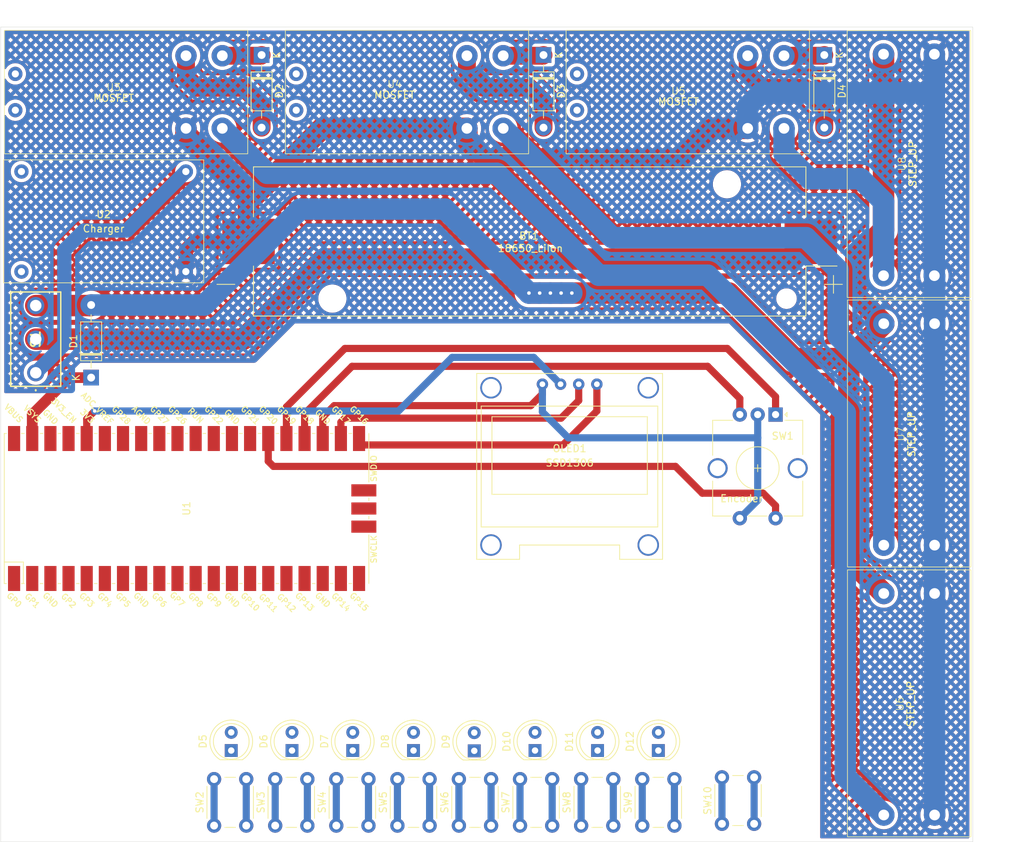
<source format=kicad_pcb>
(kicad_pcb (version 20240108) (generator "pcbnew") (generator_version "8.0")
  (title_block (title "LARS V2") (date "2024-04-01") (rev "1") (comment 1 "https://git.xythobuz.de/thomas/drumkit") (comment 2 "Licensed under the CERN-OHL-S-2.0+") (comment 4 "Copyright (c) 2024 Thomas Buck, Kauzerei"))
  (layers (0 "F.Cu" signal) (31 "B.Cu" signal) (34 "B.Paste" user) (35 "F.Paste" user) (36 "B.SilkS" user "B.Silkscreen") (37 "F.SilkS" user "F.Silkscreen") (38 "B.Mask" user) (39 "F.Mask" user) (44 "Edge.Cuts" user))
  (net 0 "")
  (net 2 "Net-(OLED1-SCL)")
  (net 3 "+BATT")
  (net 7 "Net-(OLED1-SDA)")
  (net 13 "Net-(D1-K)")
  (net 19 "Net-(U1-GPIO20)")
  (net 24 "Net-(U1-GPIO19)")
  (net 25 "unconnected-(SW10-Pad2)")
  (net 40 "Net-(U1-GPIO18)")
  (net 41 "+3.3V")
  (net 42 "-BATT")
  (net 45 "unconnected-(SW2-Pad2)")
  (net 46 "unconnected-(SW2-Pad1)")
  (net 47 "unconnected-(SW3-Pad2)")
  (net 48 "unconnected-(SW3-Pad1)")
  (net 49 "unconnected-(SW4-Pad1)")
  (net 50 "unconnected-(SW4-Pad2)")
  (net 51 "unconnected-(SW5-Pad1)")
  (net 52 "unconnected-(SW5-Pad2)")
  (net 53 "Net-(D2-A)")
  (net 54 "Net-(D2-K)")
  (net 56 "Net-(D3-K)")
  (net 57 "Net-(D3-A)")
  (net 59 "Net-(D4-A)")
  (net 60 "Net-(D4-K)")
  (net 61 "Net-(U3-Vin+)")
  (net 63 "Net-(U4-Vin+)")
  (net 64 "Net-(U5-Vin+)")
  (net 65 "unconnected-(SW6-Pad2)")
  (net 66 "unconnected-(SW6-Pad1)")
  (net 67 "unconnected-(SW7-Pad1)")
  (net 68 "unconnected-(SW7-Pad2)")
  (net 69 "unconnected-(SW8-Pad1)")
  (net 70 "unconnected-(SW8-Pad2)")
  (net 71 "unconnected-(SW9-Pad2)")
  (net 72 "unconnected-(SW9-Pad1)")
  (net 89 "unconnected-(SW10-Pad1)")
  (net 90 "Net-(U1-GPIO22)")
  (net 91 "Net-(U1-GPIO26_ADC0)")
  (net 92 "Net-(U1-GPIO21)")
  (net 93 "Net-(BT1-+)")
  (net 94 "Net-(S1-NO)")
  (footprint "Button_Switch_THT:SW_PUSH_6mm_H5mm" (layer "F.Cu") (at 112.7 152.5 90)
    (property "Reference" "SW2" (at 3.25 -2 -90) (layer "F.SilkS"))
    (property "Value" "SW_Push")
    (pad "1" thru_hole circle (at 0 0 180) (size 2 2) (drill 1.1) (layers "*.Cu" "*.Mask") (net 46 "unconnected-(SW2-Pad1)"))
    (pad "1" thru_hole circle (at 6.5 0 180) (size 2 2) (drill 1.1) (layers "*.Cu" "*.Mask") (net 46 "unconnected-(SW2-Pad1)"))
    (pad "2" thru_hole circle (at 0 4.5 180) (size 2 2) (drill 1.1) (layers "*.Cu" "*.Mask") (net 45 "unconnected-(SW2-Pad2)"))
    (pad "2" thru_hole circle (at 6.5 4.5 180) (size 2 2) (drill 1.1) (layers "*.Cu" "*.Mask") (net 45 "unconnected-(SW2-Pad2)"))
  )
  (footprint "chinese_modules:xy-mos" (layer "F.Cu") (at 117.406 41.244 180)
    (property "Reference" "U3" (at 18.76 -7.98 0) (layer "F.SilkS") (effects (font (thickness 0.1))))
    (property "Value" "MOSFET" (at 18.76 -9.48 0) (layer "F.SilkS"))
    (pad "1" thru_hole circle (at 3.556 -13.716 180) (size 3 3) (drill 1.5) (layers "*.Cu" "*.Mask") (net 61 "Net-(U3-Vin+)"))
    (pad "2" thru_hole circle (at 8.636 -13.716 180) (size 3 3) (drill 1.5) (layers "*.Cu" "*.Mask") (net 42 "-BATT"))
    (pad "3" thru_hole circle (at 3.556 -3.556 180) (size 3 3) (drill 1.5) (layers "*.Cu" "*.Mask") (net 54 "Net-(D2-K)"))
    (pad "4" thru_hole circle (at 8.636 -3.556 180) (size 3 3) (drill 1.5) (layers "*.Cu" "*.Mask") (net 53 "Net-(D2-A)"))
    (pad "5" thru_hole circle (at 32.512 -11.176 180) (size 2 2) (drill 1) (layers "*.Cu" "*.Mask"))
    (pad "6" thru_hole circle (at 32.512 -6.096 180) (size 2 2) (drill 1) (layers "*.Cu" "*.Mask") (net 91 "Net-(U1-GPIO26_ADC0)"))
  )
  (footprint "Button_Switch_THT:SW_PUSH_6mm_H5mm" (layer "F.Cu") (at 121.25 152.5 90)
    (property "Reference" "SW3" (at 3.25 -2 -90) (layer "F.SilkS"))
    (property "Value" "SW_Push")
    (pad "1" thru_hole circle (at 0 0 180) (size 2 2) (drill 1.1) (layers "*.Cu" "*.Mask") (net 48 "unconnected-(SW3-Pad1)"))
    (pad "1" thru_hole circle (at 6.5 0 180) (size 2 2) (drill 1.1) (layers "*.Cu" "*.Mask") (net 48 "unconnected-(SW3-Pad1)"))
    (pad "2" thru_hole circle (at 0 4.5 180) (size 2 2) (drill 1.1) (layers "*.Cu" "*.Mask") (net 47 "unconnected-(SW3-Pad2)"))
    (pad "2" thru_hole circle (at 6.5 4.5 180) (size 2 2) (drill 1.1) (layers "*.Cu" "*.Mask") (net 47 "unconnected-(SW3-Pad2)"))
  )
  (footprint "Diode_THT:D_DO-41_SOD81_P10.16mm_Horizontal" (layer "F.Cu") (at 198.068 44.7 -90)
    (property "Reference" "D4" (at 5.08 -2.47 90) (layer "F.SilkS"))
    (property "Value" "1N5819")
    (fp_text user "K" (at 0 -2.1 90) (layer "F.SilkS"))
    (pad "1" thru_hole rect (at 0 0 270) (size 2.2 2.2) (drill 1.1) (layers "*.Cu" "*.Mask") (net 60 "Net-(D4-K)"))
    (pad "2" thru_hole oval (at 10.16 0 270) (size 2.2 2.2) (drill 1.1) (layers "*.Cu" "*.Mask") (net 59 "Net-(D4-A)"))
  )
  (footprint "chinese_modules:dc-dc module" (layer "F.Cu") (at 208.388 57.28 -90)
    (property "Reference" "U8" (at 2.652 -0.556 90) (layer "F.SilkS") (effects (font (thickness 0.1))))
    (property "Value" "STEP_UP" (at 2.652 -2.056 90) (layer "F.SilkS"))
    (pad "1" thru_hole circle (at -12.7 -5.08 270) (size 3 3) (drill 1.5) (layers "*.Cu" "*.Mask") (net 42 "-BATT"))
    (pad "2" thru_hole circle (at -12.7 2.032 270) (size 3 3) (drill 1.5) (layers "*.Cu" "*.Mask") (net 3 "+BATT"))
    (pad "3" thru_hole circle (at 18.288 -5.08 270) (size 3 3) (drill 1.5) (layers "*.Cu" "*.Mask") (net 42 "-BATT"))
    (pad "4" thru_hole circle (at 18.288 2.032 270) (size 3 3) (drill 1.5) (layers "*.Cu" "*.Mask") (net 64 "Net-(U5-Vin+)"))
  )
  (footprint "Button_Switch_THT:SW_PUSH_6mm_H5mm" (layer "F.Cu") (at 155.5 152.5 90)
    (property "Reference" "SW7" (at 3.25 -2 -90) (layer "F.SilkS"))
    (property "Value" "SW_Push")
    (pad "1" thru_hole circle (at 0 0 180) (size 2 2) (drill 1.1) (layers "*.Cu" "*.Mask") (net 67 "unconnected-(SW7-Pad1)"))
    (pad "1" thru_hole circle (at 6.5 0 180) (size 2 2) (drill 1.1) (layers "*.Cu" "*.Mask") (net 67 "unconnected-(SW7-Pad1)"))
    (pad "2" thru_hole circle (at 0 4.5 180) (size 2 2) (drill 1.1) (layers "*.Cu" "*.Mask") (net 68 "unconnected-(SW7-Pad2)"))
    (pad "2" thru_hole circle (at 6.5 4.5 180) (size 2 2) (drill 1.1) (layers "*.Cu" "*.Mask") (net 68 "unconnected-(SW7-Pad2)"))
  )
  (footprint "Rotary_Encoder:RotaryEncoder_Alps_EC12E-Switch_Vertical_H20mm_CircularMountingHoles" (layer "F.Cu") (at 191.25 95 -90)
    (property "Reference" "SW1" (at 3 -1 180) (layer "F.SilkS"))
    (property "Value" "Encoder" (at 11.75 4.75 180) (layer "F.SilkS"))
    (pad "A" thru_hole rect (at 0 0 270) (size 2 2) (drill 1) (layers "*.Cu" "*.Mask") (net 24 "Net-(U1-GPIO19)"))
    (pad "B" thru_hole circle (at 0 5 270) (size 2 2) (drill 1) (layers "*.Cu" "*.Mask") (net 40 "Net-(U1-GPIO18)"))
    (pad "C" thru_hole circle (at 0 2.5 270) (size 2 2) (drill 1) (layers "*.Cu" "*.Mask") (net 42 "-BATT"))
    (pad "MP" thru_hole circle (at 7.5 -3.1 270) (size 2.8 2.8) (drill 2.2) (layers "*.Cu" "*.Mask"))
    (pad "MP" thru_hole circle (at 7.5 8.1 270) (size 2.8 2.8) (drill 2.2) (layers "*.Cu" "*.Mask"))
    (pad "S1" thru_hole circle (at 14.5 0 270) (size 2 2) (drill 1) (layers "*.Cu" "*.Mask") (net 19 "Net-(U1-GPIO20)"))
    (pad "S2" thru_hole circle (at 14.5 5 270) (size 2 2) (drill 1) (layers "*.Cu" "*.Mask") (net 42 "-BATT"))
  )
  (footprint "Button_Switch_THT:SW_PUSH_6mm_H5mm" (layer "F.Cu") (at 138.35 152.5 90)
    (property "Reference" "SW5" (at 3.25 -2 -90) (layer "F.SilkS"))
    (property "Value" "SW_Push")
    (pad "1" thru_hole circle (at 0 0 180) (size 2 2) (drill 1.1) (layers "*.Cu" "*.Mask") (net 51 "unconnected-(SW5-Pad1)"))
    (pad "1" thru_hole circle (at 6.5 0 180) (size 2 2) (drill 1.1) (layers "*.Cu" "*.Mask") (net 51 "unconnected-(SW5-Pad1)"))
    (pad "2" thru_hole circle (at 0 4.5 180) (size 2 2) (drill 1.1) (layers "*.Cu" "*.Mask") (net 52 "unconnected-(SW5-Pad2)"))
    (pad "2" thru_hole circle (at 6.5 4.5 180) (size 2 2) (drill 1.1) (layers "*.Cu" "*.Mask") (net 52 "unconnected-(SW5-Pad2)"))
  )
  (footprint "Button_Switch_THT:SW_PUSH_6mm_H5mm" (layer "F.Cu") (at 129.8 152.5 90)
    (property "Reference" "SW4" (at 3.25 -2 -90) (layer "F.SilkS"))
    (property "Value" "SW_Push")
    (pad "1" thru_hole circle (at 0 0 180) (size 2 2) (drill 1.1) (layers "*.Cu" "*.Mask") (net 49 "unconnected-(SW4-Pad1)"))
    (pad "1" thru_hole circle (at 6.5 0 180) (size 2 2) (drill 1.1) (layers "*.Cu" "*.Mask") (net 49 "unconnected-(SW4-Pad1)"))
    (pad "2" thru_hole circle (at 0 4.5 180) (size 2 2) (drill 1.1) (layers "*.Cu" "*.Mask") (net 50 "unconnected-(SW4-Pad2)"))
    (pad "2" thru_hole circle (at 6.5 4.5 180) (size 2 2) (drill 1.1) (layers "*.Cu" "*.Mask") (net 50 "unconnected-(SW4-Pad2)"))
  )
  (footprint "KiCad-RP-Pico:RPi_Pico_SMD_only" (layer "F.Cu") (at 108.85 108.14 90)
    (property "Reference" "U1" (at 0 0 90) (layer "F.SilkS"))
    (property "Value" "Pico")
    (fp_text user "GP21" (at 13.054 8.9 135) (layer "F.SilkS") (effects (font (size 0.8 0.8))))
    (fp_text user "GP3" (at -12.8 -13.97 135) (layer "F.SilkS") (effects (font (size 0.8 0.8))))
    (fp_text user "GND" (at -12.8 -6.35 135) (layer "F.SilkS") (effects (font (size 0.8 0.8))))
    (fp_text user "GP15" (at -13.054 24.13 135) (layer "F.SilkS") (effects (font (size 0.8 0.8))))
    (fp_text user "GP19" (at 13.054 13.97 135) (layer "F.SilkS") (effects (font (size 0.8 0.8))))
    (fp_text user "GND" (at 12.8 6.35 135) (layer "F.SilkS") (effects (font (size 0.8 0.8))))
    (fp_text user "VBUS" (at 13.3 -24.2 135) (layer "F.SilkS") (effects (font (size 0.8 0.8))))
    (fp_text user "RUN" (at 13 1.27 135) (layer "F.SilkS") (effects (font (size 0.8 0.8))))
    (fp_text user "GP28" (at 13.054 -9.144 135) (layer "F.SilkS") (effects (font (size 0.8 0.8))))
    (fp_text user "GP0" (at -12.8 -24.13 135) (layer "F.SilkS") (effects (font (size 0.8 0.8))))
    (fp_text user "GP1" (at -12.9 -21.6 135) (layer "F.SilkS") (effects (font (size 0.8 0.8))))
    (fp_text user "GP27" (at 13.054 -3.8 135) (layer "F.SilkS") (effects (font (size 0.8 0.8))))
    (fp_text user "GND" (at -12.8 19.05 135) (layer "F.SilkS") (effects (font (size 0.8 0.8))))
    (fp_text user "3V3" (at 12.9 -13.9 135) (layer "F.SilkS") (effects (font (size 0.8 0.8))))
    (fp_text user "GP14" (at -13.1 21.59 135) (layer "F.SilkS") (effects (font (size 0.8 0.8))))
    (fp_text user "ADC_VREF" (at 14 -12.5 135) (layer "F.SilkS") (effects (font (size 0.8 0.8))))
    (fp_text user "GP12" (at -13.2 13.97 135) (layer "F.SilkS") (effects (font (size 0.8 0.8))))
    (fp_text user "GP16" (at 13.054 24.13 135) (layer "F.SilkS") (effects (font (size 0.8 0.8))))
    (fp_text user "GP18" (at 13.054 16.51 135) (layer "F.SilkS") (effects (font (size 0.8 0.8))))
    (fp_text user "GP26" (at 13.054 -1.27 135) (layer "F.SilkS") (effects (font (size 0.8 0.8))))
    (fp_text user "3V3_EN" (at 13.7 -17.2 135) (layer "F.SilkS") (effects (font (size 0.8 0.8))))
    (fp_text user "GP8" (at -12.8 1.27 135) (layer "F.SilkS") (effects (font (size 0.8 0.8))))
    (fp_text user "GP9" (at -12.8 3.81 135) (layer "F.SilkS") (effects (font (size 0.8 0.8))))
    (fp_text user "SWDIO" (at 5.6 26.2 90) (layer "F.SilkS") (effects (font (size 0.8 0.8))))
    (fp_text user "AGND" (at 13.054 -6.35 135) (layer "F.SilkS") (effects (font (size 0.8 0.8))))
    (fp_text user "GP10" (at -13.054 8.89 135) (layer "F.SilkS") (effects (font (size 0.8 0.8))))
    (fp_text user "GND" (at 12.8 19.05 135) (layer "F.SilkS") (effects (font (size 0.8 0.8))))
    (fp_text user "GP11" (at -13.2 11.43 135) (layer "F.SilkS") (effects (font (size 0.8 0.8))))
    (fp_text user "GP17" (at 13.054 21.59 135) (layer "F.SilkS") (effects (font (size 0.8 0.8))))
    (fp_text user "GP13" (at -13.054 16.51 135) (layer "F.SilkS") (effects (font (size 0.8 0.8))))
    (fp_text user "GP2" (at -12.9 -16.51 135) (layer "F.SilkS") (effects (font (size 0.8 0.8))))
    (fp_text user "SWCLK" (at -5.7 26.2 90) (layer "F.SilkS") (effects (font (size 0.8 0.8))))
    (fp_text user "GP20" (at 13.054 11.43 135) (layer "F.SilkS") (effects (font (size 0.8 0.8))))
    (fp_text user "GND" (at 12.8 -19.05 135) (layer "F.SilkS") (effects (font (size 0.8 0.8))))
    (fp_text user "GP5" (at -12.8 -8.89 135) (layer "F.SilkS") (effects (font (size 0.8 0.8))))
    (fp_text user "GND" (at -12.8 6.35 135) (layer "F.SilkS") (effects (font (size 0.8 0.8))))
    (fp_text user "GP7" (at -12.7 -1.3 135) (layer "F.SilkS") (effects (font (size 0.8 0.8))))
    (fp_text user "GP6" (at -12.8 -3.81 135) (layer "F.SilkS") (effects (font (size 0.8 0.8))))
    (fp_text user "GP22" (at 13.054 3.81 135) (layer "F.SilkS") (effects (font (size 0.8 0.8))))
    (fp_text user "GP4" (at -12.8 -11.43 135) (layer "F.SilkS") (effects (font (size 0.8 0.8))))
    (fp_text user "GND" (at -12.8 -19.05 135) (layer "F.SilkS") (effects (font (size 0.8 0.8))))
    (fp_text user "VSYS" (at 13.2 -21.59 135) (layer "F.SilkS") (effects (font (size 0.8 0.8))))
    (pad "" np_thru_hole oval (at -2.725 -24 90) (size 1.8 1.8) (drill 1.8) (layers "*.Cu" "*.Mask"))
    (pad "" np_thru_hole oval (at -2.425 -20.97 90) (size 1.5 1.5) (drill 1.5) (layers "*.Cu" "*.Mask"))
    (pad "" np_thru_hole oval (at 2.425 -20.97 90) (size 1.5 1.5) (drill 1.5) (layers "*.Cu" "*.Mask"))
    (pad "" np_thru_hole oval (at 2.725 -24 90) (size 1.8 1.8) (drill 1.8) (layers "*.Cu" "*.Mask"))
    (pad "1" smd rect (at -8.89 -24.13 90) (size 3.5 1.7) (drill (offset -0.9 0)) (layers "F.Cu" "F.Mask"))
    (pad "2" smd rect (at -8.89 -21.59 90) (size 3.5 1.7) (drill (offset -0.9 0)) (layers "F.Cu" "F.Mask"))
    (pad "3" smd rect (at -8.89 -19.05 90) (size 3.5 1.7) (drill (offset -0.9 0)) (layers "F.Cu" "F.Mask"))
    (pad "4" smd rect (at -8.89 -16.51 90) (size 3.5 1.7) (drill (offset -0.9 0)) (layers "F.Cu" "F.Mask"))
    (pad "5" smd rect (at -8.89 -13.97 90) (size 3.5 1.7) (drill (offset -0.9 0)) (layers "F.Cu" "F.Mask"))
    (pad "6" smd rect (at -8.89 -11.43 90) (size 3.5 1.7) (drill (offset -0.9 0)) (layers "F.Cu" "F.Mask"))
    (pad "7" smd rect (at -8.89 -8.89 90) (size 3.5 1.7) (drill (offset -0.9 0)) (layers "F.Cu" "F.Mask"))
    (pad "8" smd rect (at -8.89 -6.35 90) (size 3.5 1.7) (drill (offset -0.9 0)) (layers "F.Cu" "F.Mask"))
    (pad "9" smd rect (at -8.89 -3.81 90) (size 3.5 1.7) (drill (offset -0.9 0)) (layers "F.Cu" "F.Mask"))
    (pad "10" smd rect (at -8.89 -1.27 90) (size 3.5 1.7) (drill (offset -0.9 0)) (layers "F.Cu" "F.Mask"))
    (pad "11" smd rect (at -8.89 1.27 90) (size 3.5 1.7) (drill (offset -0.9 0)) (layers "F.Cu" "F.Mask"))
    (pad "12" smd rect (at -8.89 3.81 90) (size 3.5 1.7) (drill (offset -0.9 0)) (layers "F.Cu" "F.Mask"))
    (pad "13" smd rect (at -8.89 6.35 90) (size 3.5 1.7) (drill (offset -0.9 0)) (layers "F.Cu" "F.Mask"))
    (pad "14" smd rect (at -8.89 8.89 90) (size 3.5 1.7) (drill (offset -0.9 0)) (layers "F.Cu" "F.Mask"))
    (pad "15" smd rect (at -8.89 11.43 90) (size 3.5 1.7) (drill (offset -0.9 0)) (layers "F.Cu" "F.Mask"))
    (pad "16" smd rect (at -8.89 13.97 90) (size 3.5 1.7) (drill (offset -0.9 0)) (layers "F.Cu" "F.Mask"))
    (pad "17" smd rect (at -8.89 16.51 90) (size 3.5 1.7) (drill (offset -0.9 0)) (layers "F.Cu" "F.Mask"))
    (pad "18" smd rect (at -8.89 19.05 90) (size 3.5 1.7) (drill (offset -0.9 0)) (layers "F.Cu" "F.Mask"))
    (pad "19" smd rect (at -8.89 21.59 90) (size 3.5 1.7) (drill (offset -0.9 0)) (layers "F.Cu" "F.Mask"))
    (pad "20" smd rect (at -8.89 24.13 90) (size 3.5 1.7) (drill (offset -0.9 0)) (layers "F.Cu" "F.Mask"))
    (pad "21" smd rect (at 8.89 24.13 90) (size 3.5 1.7) (drill (offset 0.9 0)) (layers "F.Cu" "F.Mask") (net 7 "Net-(OLED1-SDA)"))
    (pad "22" smd rect (at 8.89 21.59 90) (size 3.5 1.7) (drill (offset 0.9 0)) (layers "F.Cu" "F.Mask") (net 2 "Net-(OLED1-SCL)"))
    (pad "23" smd rect (at 8.89 19.05 90) (size 3.5 1.7) (drill (offset 0.9 0)) (layers "F.Cu" "F.Mask") (net 42 "-BATT"))
    (pad "24" smd rect (at 8.89 16.51 90) (size 3.5 1.7) (drill (offset 0.9 0)) (layers "F.Cu" "F.Mask") (net 40 "Net-(U1-GPIO18)"))
    (pad "25" smd rect (at 8.89 13.97 90) (size 3.5 1.7) (drill (offset 0.9 0)) (layers "F.Cu" "F.Mask") (net 24 "Net-(U1-GPIO19)"))
    (pad "26" smd rect (at 8.89 11.43 90) (size 3.5 1.7) (drill (offset 0.9 0)) (layers "F.Cu" "F.Mask") (net 19 "Net-(U1-GPIO20)"))
    (pad "27" smd rect (at 8.89 8.89 90) (size 3.5 1.7) (drill (offset 0.9 0)) (layers "F.Cu" "F.Mask") (net 92 "Net-(U1-GPIO21)"))
    (pad "28" smd rect (at 8.89 6.35 90) (size 3.5 1.7) (drill (offset 0.9 0)) (layers "F.Cu" "F.Mask"))
    (pad "29" smd rect (at 8.89 3.81 90) (size 3.5 1.7) (drill (offset 0.9 0)) (layers "F.Cu" "F.Mask") (net 90 "Net-(U1-GPIO22)"))
    (pad "30" smd rect (at 8.89 1.27 90) (size 3.5 1.7) (drill (offset 0.9 0)) (layers "F.Cu" "F.Mask"))
    (pad "31" smd rect (at 8.89 -1.27 90) (size 3.5 1.7) (drill (offset 0.9 0)) (layers "F.Cu" "F.Mask") (net 91 "Net-(U1-GPIO26_ADC0)"))
    (pad "32" smd rect (at 8.89 -3.81 90) (size 3.5 1.7) (drill (offset 0.9 0)) (layers "F.Cu" "F.Mask"))
    (pad "33" smd rect (at 8.89 -6.35 90) (size 3.5 1.7) (drill (offset 0.9 0)) (layers "F.Cu" "F.Mask"))
    (pad "34" smd rect (at 8.89 -8.89 90) (size 3.5 1.7) (drill (offset 0.9 0)) (layers "F.Cu" "F.Mask"))
    (pad "35" smd rect (at 8.89 -11.43 90) (size 3.5 1.7) (drill (offset 0.9 0)) (layers "F.Cu" "F.Mask"))
    (pad "36" smd rect (at 8.89 -13.97 90) (size 3.5 1.7) (drill (offset 0.9 0)) (layers "F.Cu" "F.Mask") (net 41 "+3.3V"))
    (pad "37" smd rect (at 8.89 -16.51 90) (size 3.5 1.7) (drill (offset 0.9 0)) (layers "F.Cu" "F.Mask"))
    (pad "38" smd rect (at 8.89 -19.05 90) (size 3.5 1.7) (drill (offset 0.9 0)) (layers "F.Cu" "F.Mask"))
    (pad "39" smd rect (at 8.89 -21.59 90) (size 3.5 1.7) (drill (offset 0.9 0)) (layers "F.Cu" "F.Mask") (net 13 "Net-(D1-K)"))
    (pad "40" smd rect (at 8.89 -24.13 90) (size 3.5 1.7) (drill (offset 0.9 0)) (layers "F.Cu" "F.Mask"))
    (pad "41" smd rect (at -2.54 23.9 180) (size 3.5 1.7) (drill (offset -0.9 0)) (layers "F.Cu" "F.Mask"))
    (pad "42" smd rect (at 0 23.9 180) (size 3.5 1.7) (drill (offset -0.9 0)) (layers "F.Cu" "F.Mask"))
    (pad "43" smd rect (at 2.54 23.9 180) (size 3.5 1.7) (drill (offset -0.9 0)) (layers "F.Cu" "F.Mask"))
  )
  (footprint "chinese_modules:dc-dc module" (layer "F.Cu") (at 208.42 94.98 -90)
    (property "Reference" "U7" (at 2.752 -0.364 90) (layer "F.SilkS") (effects (font (thickness 0.1))))
    (property "Value" "STEP_UP" (at 2.752 -1.864 90) (layer "F.SilkS"))
    (pad "1" thru_hole circle (at -12.7 -5.08 270) (size 3 3) (drill 1.5) (layers "*.Cu" "*.Mask") (net 42 "-BATT"))
    (pad "2" thru_hole circle (at -12.7 2.032 270) (size 3 3) (drill 1.5) (layers "*.Cu" "*.Mask") (net 3 "+BATT"))
    (pad "3" thru_hole circle (at 18.288 -5.08 270) (size 3 3) (drill 1.5) (layers "*.Cu" "*.Mask") (net 42 "-BATT"))
    (pad "4" thru_hole circle (at 18.288 2.032 270) (size 3 3) (drill 1.5) (layers "*.Cu" "*.Mask") (net 63 "Net-(U4-Vin+)"))
  )
  (footprint "Diode_THT:D_DO-41_SOD81_P10.16mm_Horizontal" (layer "F.Cu") (at 119.35 44.7 -90)
    (property "Reference" "D2" (at 5.08 -2.47 90) (layer "F.SilkS"))
    (property "Value" "1N5819")
    (fp_text user "K" (at 0 -2.1 90) (layer "F.SilkS"))
    (pad "1" thru_hole rect (at 0 0 270) (size 2.2 2.2) (drill 1.1) (layers "*.Cu" "*.Mask") (net 54 "Net-(D2-K)"))
    (pad "2" thru_hole oval (at 10.16 0 270) (size 2.2 2.2) (drill 1.1) (layers "*.Cu" "*.Mask") (net 53 "Net-(D2-A)"))
  )
  (footprint "LED_THT:LED_D5.0mm" (layer "F.Cu") (at 174.85 142 90)
    (property "Reference" "D12" (at 1.27 -3.96 -90) (layer "F.SilkS"))
    (property "Value" "LED")
    (pad "1" thru_hole rect (at 0 0 90) (size 1.8 1.8) (drill 0.9) (layers "*.Cu" "*.Mask"))
    (pad "2" thru_hole circle (at 2.54 0 90) (size 1.8 1.8) (drill 0.9) (layers "*.Cu" "*.Mask"))
  )
  (footprint "chinese_modules:xy-mos" (layer "F.Cu") (at 195.986 41.244 180)
    (property "Reference" "U5" (at 18.324 -8.476 0) (layer "F.SilkS") (effects (font (thickness 0.1))))
    (property "Value" "MOSFET" (at 18.324 -9.976 0) (layer "F.SilkS"))
    (pad "1" thru_hole circle (at 3.556 -13.716 180) (size 3 3) (drill 1.5) (layers "*.Cu" "*.Mask") (net 64 "Net-(U5-Vin+)"))
    (pad "2" thru_hole circle (at 8.636 -13.716 180) (size 3 3) (drill 1.5) (layers "*.Cu" "*.Mask") (net 42 "-BATT"))
    (pad "3" thru_hole circle (at 3.556 -3.556 180) (size 3 3) (drill 1.5) (layers "*.Cu" "*.Mask") (net 60 "Net-(D4-K)"))
    (pad "4" thru_hole circle (at 8.636 -3.556 180) (size 3 3) (drill 1.5) (layers "*.Cu" "*.Mask") (net 59 "Net-(D4-A)"))
    (pad "5" thru_hole circle (at 32.512 -11.176 180) (size 2 2) (drill 1) (layers "*.Cu" "*.Mask"))
    (pad "6" thru_hole circle (at 32.512 -6.096 180) (size 2 2) (drill 1) (layers "*.Cu" "*.Mask") (net 92 "Net-(U1-GPIO21)"))
  )
  (footprint "ssd1306:SSD1306_0.96_Oled" (layer "F.Cu") (at 149.44 115.25)
    (property "Reference" "OLED1" (at 13 -15.5 0) (layer "F.SilkS"))
    (property "Value" "SSD1306" (at 13 -13.5 0) (layer "F.SilkS"))
    (pad "" np_thru_hole circle (at 2 -24) (size 3 3) (drill 2.5) (layers "F&B.Cu" "*.Mask"))
    (pad "" np_thru_hole circle (at 2 -2) (size 3 3) (drill 2.5) (layers "F&B.Cu" "*.Mask"))
    (pad "" np_thru_hole circle (at 24 -24) (size 3 3) (drill 2.5) (layers "F&B.Cu" "*.Mask"))
    (pad "" np_thru_hole circle (at 24 -2) (size 3 3) (drill 2.5) (layers "F&B.Cu" "*.Mask"))
    (pad "1" thru_hole circle (at 9.19 -24.5) (size 1.6 1.6) (drill 0.8) (layers "*.Cu" "*.Mask") (net 42 "-BATT"))
    (pad "2" thru_hole circle (at 11.73 -24.5) (size 1.6 1.6) (drill 0.8) (layers "*.Cu" "*.Mask") (net 41 "+3.3V"))
    (pad "3" thru_hole circle (at 14.27 -24.5) (size 1.6 1.6) (drill 0.8) (layers "*.Cu" "*.Mask") (net 2 "Net-(OLED1-SCL)"))
    (pad "4" thru_hole circle (at 16.81 -24.5) (size 1.6 1.6) (drill 0.8) (layers "*.Cu" "*.Mask") (net 7 "Net-(OLED1-SDA)"))
  )
  (footprint "LED_THT:LED_D5.0mm" (layer "F.Cu") (at 149.1 142.04 90)
    (property "Reference" "D9" (at 1.27 -3.96 -90) (layer "F.SilkS"))
    (property "Value" "LED")
    (pad "1" thru_hole rect (at 0 0 90) (size 1.8 1.8) (drill 0.9) (layers "*.Cu" "*.Mask"))
    (pad "2" thru_hole circle (at 2.54 0 90) (size 1.8 1.8) (drill 0.9) (layers "*.Cu" "*.Mask"))
  )
  (footprint "Diode_THT:D_DO-41_SOD81_P10.16mm_Horizontal" (layer "F.Cu") (at 95.5 89.83 90)
    (property "Reference" "D1" (at 5.08 -2.47 -90) (layer "F.SilkS"))
    (property "Value" "1N5819")
    (fp_text user "K" (at 0 -2.1 -90) (layer "F.SilkS"))
    (pad "1" thru_hole rect (at 0 0 90) (size 2.2 2.2) (drill 1.1) (layers "*.Cu" "*.Mask") (net 13 "Net-(D1-K)"))
    (pad "2" thru_hole oval (at 10.16 0 90) (size 2.2 2.2) (drill 1.1) (layers "*.Cu" "*.Mask") (net 3 "+BATT"))
  )
  (footprint "Battery:BatteryHolder_Keystone_1042_1x18650" (layer "F.Cu") (at 156.85 70.78 180)
    (property "Reference" "BT1" (at 0.1 0.78 180) (layer "F.SilkS"))
    (property "Value" "18650_LiIon" (at -0.1 -0.97 180) (layer "F.SilkS"))
    (pad "" np_thru_hole circle (at -35.93 -8 180) (size 2.39 2.39) (drill 2.39) (layers "*.Cu" "*.Mask"))
    (pad "" np_thru_hole circle (at -27.6 8 180) (size 3.45 3.45) (drill 3.45) (layers "*.Cu" "*.Mask"))
    (pad "" np_thru_hole circle (at 27.6 -8 180) (size 3.45 3.45) (drill 3.45) (layers "*.Cu" "*.Mask"))
    (pad "1" smd rect (at -39.33 0 180) (size 7.34 6.35) (layers "F.Cu" "F.Paste" "F.Mask") (net 93 "Net-(BT1-+)"))
    (pad "2" smd rect (at 39.33 0 180) (size 7.34 6.35) (layers "F.Cu" "F.Paste" "F.Mask") (net 42 "-BATT"))
  )
  (footprint "Button_Switch_THT:SW_PUSH_6mm_H5mm" (layer "F.Cu") (at 164.05 152.5 90)
    (property "Reference" "SW8" (at 3.25 -2 -90) (layer "F.SilkS"))
    (property "Value" "SW_Push")
    (pad "1" thru_hole circle (at 0 0 180) (size 2 2) (drill 1.1) (layers "*.Cu" "*.Mask") (net 69 "unconnected-(SW8-Pad1)"))
    (pad "1" thru_hole circle (at 6.5 0 180) (size 2 2) (drill 1.1) (layers "*.Cu" "*.Mask") (net 69 "unconnected-(SW8-Pad1)"))
    (pad "2" thru_hole circle (at 0 4.5 180) (size 2 2) (drill 1.1) (layers "*.Cu" "*.Mask") (net 70 "unconnected-(SW8-Pad2)"))
    (pad "2" thru_hole circle (at 6.5 4.5 180) (size 2 2) (drill 1.1) (layers "*.Cu" "*.Mask") (net 70 "unconnected-(SW8-Pad2)"))
  )
  (footprint "Diode_THT:D_DO-41_SOD81_P10.16mm_Horizontal" (layer "F.Cu") (at 158.786 44.7 -90)
    (property "Reference" "D3" (at 5.08 -2.47 90) (layer "F.SilkS"))
    (property "Value" "1N5819")
    (fp_text user "K" (at 0 -2.1 90) (layer "F.SilkS"))
    (pad "1" thru_hole rect (at 0 0 270) (size 2.2 2.2) (drill 1.1) (layers "*.Cu" "*.Mask") (net 56 "Net-(D3-K)"))
    (pad "2" thru_hole oval (at 10.16 0 270) (size 2.2 2.2) (drill 1.1) (layers "*.Cu" "*.Mask") (net 57 "Net-(D3-A)"))
  )
  (footprint "LED_THT:LED_D5.0mm" (layer "F.Cu") (at 157.6 142 90)
    (property "Reference" "D10" (at 1.27 -3.96 -90) (layer "F.SilkS"))
    (property "Value" "LED")
    (pad "1" thru_hole rect (at 0 0 90) (size 1.8 1.8) (drill 0.9) (layers "*.Cu" "*.Mask"))
    (pad "2" thru_hole circle (at 2.54 0 90) (size 1.8 1.8) (drill 0.9) (layers "*.Cu" "*.Mask"))
  )
  (footprint "LED_THT:LED_D5.0mm" (layer "F.Cu") (at 115.1 142 90)
    (property "Reference" "D5" (at 1.27 -3.96 -90) (layer "F.SilkS"))
    (property "Value" "LED")
    (pad "1" thru_hole rect (at 0 0 90) (size 1.8 1.8) (drill 0.9) (layers "*.Cu" "*.Mask"))
    (pad "2" thru_hole circle (at 2.54 0 90) (size 1.8 1.8) (drill 0.9) (layers "*.Cu" "*.Mask"))
  )
  (footprint "5236ab:5236AB" (layer "F.Cu") (at 87.75 89.15 90)
    (property "Reference" "S1" (at 4.7 0 -90) (layer "F.SilkS") (effects (font (size 1.27 1.27) (thickness 0.254))))
    (property "Value" "5236AB" (hide yes))
    (pad "1" thru_hole circle (at 0 0 90) (size 2.4 2.4) (drill 1.6) (layers "*.Cu" "*.Mask") (net 94 "Net-(S1-NO)"))
    (pad "2" thru_hole circle (at 4.7 0 90) (size 2.4 2.4) (drill 1.6) (layers "*.Cu" "*.Mask") (net 93 "Net-(BT1-+)"))
    (pad "3" thru_hole circle (at 9.4 0 90) (size 2.4 2.4) (drill 1.6) (layers "*.Cu" "*.Mask") (net 3 "+BATT"))
  )
  (footprint "LED_THT:LED_D5.0mm" (layer "F.Cu") (at 123.6 142 90)
    (property "Reference" "D6" (at 1.27 -3.96 -90) (layer "F.SilkS"))
    (property "Value" "LED")
    (pad "1" thru_hole rect (at 0 0 90) (size 1.8 1.8) (drill 0.9) (layers "*.Cu" "*.Mask"))
    (pad "2" thru_hole circle (at 2.54 0 90) (size 1.8 1.8) (drill 0.9) (layers "*.Cu" "*.Mask"))
  )
  (footprint "Button_Switch_THT:SW_PUSH_6mm_H5mm" (layer "F.Cu") (at 146.95 152.5 90)
    (property "Reference" "SW6" (at 3.25 -2 -90) (layer "F.SilkS"))
    (property "Value" "SW_Push")
    (pad "1" thru_hole circle (at 0 0 180) (size 2 2) (drill 1.1) (layers "*.Cu" "*.Mask") (net 66 "unconnected-(SW6-Pad1)"))
    (pad "1" thru_hole circle (at 6.5 0 180) (size 2 2) (drill 1.1) (layers "*.Cu" "*.Mask") (net 66 "unconnected-(SW6-Pad1)"))
    (pad "2" thru_hole circle (at 0 4.5 180) (size 2 2) (drill 1.1) (layers "*.Cu" "*.Mask") (net 65 "unconnected-(SW6-Pad2)"))
    (pad "2" thru_hole circle (at 6.5 4.5 180) (size 2 2) (drill 1.1) (layers "*.Cu" "*.Mask") (net 65 "unconnected-(SW6-Pad2)"))
  )
  (footprint "chinese_modules:charger" (layer "F.Cu") (at 97.25 68)
    (property "Reference" "U2" (hide yes))
    (property "Value" "Charger" (at 0 1 0) (layer "F.SilkS"))
    (fp_text user "${REFERENCE}" (at 0 -1 0) (layer "F.SilkS"))
    (pad "1" thru_hole circle (at -11.5 -7) (size 2 2) (drill 1) (layers "*.Cu" "*.Mask"))
    (pad "2" thru_hole circle (at -11.5 7) (size 2 2) (drill 1) (layers "*.Cu" "*.Mask"))
    (pad "3" thru_hole circle (at 11.5 -7) (size 2 2) (drill 1) (layers "*.Cu" "*.Mask") (net 94 "Net-(S1-NO)"))
    (pad "4" thru_hole circle (at 11.5 7) (size 2 2) (drill 1) (layers "*.Cu" "*.Mask") (net 42 "-BATT"))
  )
  (footprint "LED_THT:LED_D5.0mm" (layer "F.Cu") (at 166.35 142 90)
    (property "Reference" "D11" (at 1.27 -3.96 -90) (layer "F.SilkS"))
    (property "Value" "LED")
    (pad "1" thru_hole rect (at 0 0 90) (size 1.8 1.8) (drill 0.9) (layers "*.Cu" "*.Mask"))
    (pad "2" thru_hole circle (at 2.54 0 90) (size 1.8 1.8) (drill 0.9) (layers "*.Cu" "*.Mask"))
  )
  (footprint "Button_Switch_THT:SW_PUSH_6mm_H5mm" (layer "F.Cu") (at 183.75 152.25 90)
    (property "Reference" "SW10" (at 3.25 -2 270) (layer "F.SilkS"))
    (property "Value" "SW_Push")
    (pad "1" thru_hole circle (at 0 0 180) (size 2 2) (drill 1.1) (layers "*.Cu" "*.Mask") (net 89 "unconnected-(SW10-Pad1)"))
    (pad "1" thru_hole circle (at 6.5 0 180) (size 2 2) (drill 1.1) (layers "*.Cu" "*.Mask") (net 89 "unconnected-(SW10-Pad1)"))
    (pad "2" thru_hole circle (at 0 4.5 180) (size 2 2) (drill 1.1) (layers "*.Cu" "*.Mask") (net 25 "unconnected-(SW10-Pad2)"))
    (pad "2" thru_hole circle (at 6.5 4.5 180) (size 2 2) (drill 1.1) (layers "*.Cu" "*.Mask") (net 25 "unconnected-(SW10-Pad2)"))
  )
  (footprint "chinese_modules:xy-mos" (layer "F.Cu") (at 156.704 41.244 180)
    (property "Reference" "U4" (at 18.76 -7.548 0) (layer "F.SilkS") (effects (font (thickness 0.1))))
    (property "Value" "MOSFET" (at 18.76 -9.048 0) (layer "F.SilkS"))
    (pad "1" thru_hole circle (at 3.556 -13.716 180) (size 3 3) (drill 1.5) (layers "*.Cu" "*.Mask") (net 63 "Net-(U4-Vin+)"))
    (pad "2" thru_hole circle (at 8.636 -13.716 180) (size 3 3) (drill 1.5) (layers "*.Cu" "*.Mask") (net 42 "-BATT"))
    (pad "3" thru_hole circle (at 3.556 -3.556 180) (size 3 3) (drill 1.5) (layers "*.Cu" "*.Mask") (net 56 "Net-(D3-K)"))
    (pad "4" thru_hole circle (at 8.636 -3.556 180) (size 3 3) (drill 1.5) (layers "*.Cu" "*.Mask") (net 57 "Net-(D3-A)"))
    (pad "5" thru_hole circle (at 32.512 -11.176 180) (size 2 2) (drill 1) (layers "*.Cu" "*.Mask"))
    (pad "6" thru_hole circle (at 32.512 -6.096 180) (size 2 2) (drill 1) (layers "*.Cu" "*.Mask") (net 90 "Net-(U1-GPIO22)"))
  )
  (footprint "chinese_modules:dc-dc module" (layer "F.Cu") (at 208.42 132.73 -90)
    (property "Reference" "U6" (at 2.752 -0.236 90) (layer "F.SilkS") (effects (font (thickness 0.1))))
    (property "Value" "STEP_UP" (at 2.752 -1.736 90) (layer "F.SilkS"))
    (pad "1" thru_hole circle (at -12.7 -5.08 270) (size 3 3) (drill 1.5) (layers "*.Cu" "*.Mask") (net 42 "-BATT"))
    (pad "2" thru_hole circle (at -12.7 2.032 270) (size 3 3) (drill 1.5) (layers "*.Cu" "*.Mask") (net 3 "+BATT"))
    (pad "3" thru_hole circle (at 18.288 -5.08 270) (size 3 3) (drill 1.5) (layers "*.Cu" "*.Mask") (net 42 "-BATT"))
    (pad "4" thru_hole circle (at 18.288 2.032 270) (size 3 3) (drill 1.5) (layers "*.Cu" "*.Mask") (net 61 "Net-(U3-Vin+)"))
  )
  (footprint "LED_THT:LED_D5.0mm" (layer "F.Cu") (at 140.6 142 90)
    (property "Reference" "D8" (at 1.27 -3.96 -90) (layer "F.SilkS"))
    (property "Value" "LED")
    (pad "1" thru_hole rect (at 0 0 90) (size 1.8 1.8) (drill 0.9) (layers "*.Cu" "*.Mask"))
    (pad "2" thru_hole circle (at 2.54 0 90) (size 1.8 1.8) (drill 0.9) (layers "*.Cu" "*.Mask"))
  )
  (footprint "LED_THT:LED_D5.0mm" (layer "F.Cu") (at 132.1 142 90)
    (property "Reference" "D7" (at 1.27 -3.96 -90) (layer "F.SilkS"))
    (property "Value" "LED")
    (pad "1" thru_hole rect (at 0 0 90) (size 1.8 1.8) (drill 0.9) (layers "*.Cu" "*.Mask"))
    (pad "2" thru_hole circle (at 2.54 0 90) (size 1.8 1.8) (drill 0.9) (layers "*.Cu" "*.Mask"))
  )
  (footprint "Button_Switch_THT:SW_PUSH_6mm_H5mm" (layer "F.Cu") (at 172.6 152.5 90)
    (property "Reference" "SW9" (at 3.25 -2 -90) (layer "F.SilkS"))
    (property "Value" "SW_Push")
    (pad "1" thru_hole circle (at 0 0 180) (size 2 2) (drill 1.1) (layers "*.Cu" "*.Mask") (net 72 "unconnected-(SW9-Pad1)"))
    (pad "1" thru_hole circle (at 6.5 0 180) (size 2 2) (drill 1.1) (layers "*.Cu" "*.Mask") (net 72 "unconnected-(SW9-Pad1)"))
    (pad "2" thru_hole circle (at 0 4.5 180) (size 2 2) (drill 1.1) (layers "*.Cu" "*.Mask") (net 71 "unconnected-(SW9-Pad2)"))
    (pad "2" thru_hole circle (at 6.5 4.5 180) (size 2 2) (drill 1.1) (layers "*.Cu" "*.Mask") (net 71 "unconnected-(SW9-Pad2)"))
  )
  (gr_rect (start 82.85 40.78) (end 218.85 154.78) (stroke (width 0.05)) (fill none) (layer "Edge.Cuts"))
  (segment (start 161.25 95.5) (end 163.71 93.04) (width 1) (layer "F.Cu") (net 2))
  (segment (start 130.44 99.25) (end 130.44 96.06) (width 1) (layer "F.Cu") (net 2))
  (segment (start 163.71 93.04) (end 163.71 90.75) (width 1) (layer "F.Cu") (net 2))
  (segment (start 131 95.5) (end 161.25 95.5) (width 1) (layer "F.Cu") (net 2))
  (segment (start 130.44 96.06) (end 131 95.5) (width 1) (layer "F.Cu") (net 2))
  (segment (start 206.356 44.58) (end 206.356 69.144) (width 3) (layer "F.Cu") (net 3))
  (segment (start 193.918 87.168) (end 184.75 78) (width 3) (layer "F.Cu") (net 3))
  (segment (start 202.5 73) (end 202.5 78.392) (width 3) (layer "F.Cu") (net 3))
  (segment (start 201.5 87.168) (end 206.388 82.28) (width 3) (layer "F.Cu") (net 3))
  (segment (start 206.356 69.144) (end 202.5 73) (width 3) (layer "F.Cu") (net 3))
  (segment (start 206.388 120.03) (end 201.5 115.142) (width 3) (layer "F.Cu") (net 3))
  (segment (start 201.5 87.168) (end 193.918 87.168) (width 3) (layer "F.Cu") (net 3))
  (segment (start 202.5 78.392) (end 206.388 82.28) (width 3) (layer "F.Cu") (net 3))
  (segment (start 87.75 79.75) (end 95.42 79.75) (width 3) (layer "F.Cu") (net 3))
  (segment (start 184.75 78) (end 156.75 78) (width 3) (layer "F.Cu") (net 3))
  (segment (start 95.42 79.75) (end 95.5 79.67) (width 3) (layer "F.Cu") (net 3))
  (segment (start 201.5 115.142) (end 201.5 87.168) (width 3) (layer "F.Cu") (net 3))
  (via (at 161.25 78) (size 1) (drill 0.5) (layers "F.Cu" "B.Cu") (net 3))
  (via (at 162.75 78) (size 1) (drill 0.5) (layers "F.Cu" "B.Cu") (net 3))
  (via (at 159.75 78) (size 1) (drill 0.5) (layers "F.Cu" "B.Cu") (net 3))
  (via (at 158.25 78) (size 1) (drill 0.5) (layers "F.Cu" "B.Cu") (net 3))
  (via (at 156.75 78) (size 1) (drill 0.5) (layers "F.Cu" "B.Cu") (net 3))
  (segment (start 161.25 78) (end 162.75 78) (width 3) (layer "B.Cu") (net 3))
  (segment (start 124.75 66.25) (end 111.33 79.67) (width 3) (layer "B.Cu") (net 3))
  (segment (start 111.33 79.67) (end 95.5 79.67) (width 3) (layer "B.Cu") (net 3))
  (segment (start 159.75 78) (end 161.25 78) (width 3) (layer "B.Cu") (net 3))
  (segment (start 158.25 78) (end 159.75 78) (width 3) (layer "B.Cu") (net 3))
  (segment (start 156.75 78) (end 158.25 78) (width 3) (layer "B.Cu") (net 3))
  (segment (start 156.75 78) (end 145 66.25) (width 3) (layer "B.Cu") (net 3))
  (segment (start 145 66.25) (end 124.75 66.25) (width 3) (layer "B.Cu") (net 3))
  (segment (start 166.25 94.5) (end 166.25 90.75) (width 1) (layer "F.Cu") (net 7))
  (segment (start 132.98 99.25) (end 161.5 99.25) (width 1) (layer "F.Cu") (net 7))
  (segment (start 161.5 99.25) (end 166.25 94.5) (width 1) (layer "F.Cu") (net 7))
  (segment (start 92.42 89.83) (end 95.5 89.83) (width 1.5) (layer "F.Cu") (net 13))
  (segment (start 87.26 94.99) (end 92.42 89.83) (width 1.5) (layer "F.Cu") (net 13))
  (segment (start 87.26 99.25) (end 87.26 94.99) (width 1.5) (layer "F.Cu") (net 13))
  (segment (start 191.25 107.75) (end 191.25 109.5) (width 1) (layer "F.Cu") (net 19))
  (segment (start 121 102.25) (end 177.25 102.25) (width 1) (layer "F.Cu") (net 19))
  (segment (start 189.5 106) (end 191.25 107.75) (width 1) (layer "F.Cu") (net 19))
  (segment (start 181 106) (end 189.5 106) (width 1) (layer "F.Cu") (net 19))
  (segment (start 120.28 101.53) (end 121 102.25) (width 1) (layer "F.Cu") (net 19))
  (segment (start 120.28 99.25) (end 120.28 101.53) (width 1) (layer "F.Cu") (net 19))
  (segment (start 177.25 102.25) (end 181 106) (width 1) (layer "F.Cu") (net 19))
  (segment (start 122.82 93.93) (end 131 85.75) (width 1) (layer "F.Cu") (net 24))
  (segment (start 184.5 85.75) (end 191.25 92.5) (width 1) (layer "F.Cu") (net 24))
  (segment (start 131 85.75) (end 184.5 85.75) (width 1) (layer "F.Cu") (net 24))
  (segment (start 122.82 99.25) (end 122.82 93.93) (width 1) (layer "F.Cu") (net 24))
  (segment (start 191.25 92.5) (end 191.25 95) (width 1) (layer "F.Cu") (net 24))
  (segment (start 188.25 152.25) (end 188.25 145.75) (width 1) (layer "B.Cu") (net 25))
  (segment (start 125.36 94.89) (end 132 88.25) (width 1) (layer "F.Cu") (net 40))
  (segment (start 186.25 92.75) (end 186.25 95) (width 1) (layer "F.Cu") (net 40))
  (segment (start 181.75 88.25) (end 186.25 92.75) (width 1) (layer "F.Cu") (net 40))
  (segment (start 132 88.25) (end 181.75 88.25) (width 1) (layer "F.Cu") (net 40))
  (segment (start 125.36 99.25) (end 125.36 94.89) (width 1) (layer "F.Cu") (net 40))
  (segment (start 94.88 95.62) (end 94.88 99.25) (width 1) (layer "F.Cu") (net 41))
  (segment (start 96 94.5) (end 94.88 95.62) (width 1) (layer "F.Cu") (net 41))
  (via (at 96 94.5) (size 1) (drill 0.5) (layers "F.Cu" "B.Cu") (net 41))
  (segment (start 146 87) (end 157.42 87) (width 1) (layer "B.Cu") (net 41))
  (segment (start 157.42 87) (end 161.17 90.75) (width 1) (layer "B.Cu") (net 41))
  (segment (start 138.5 94.5) (end 146 87) (width 1) (layer "B.Cu") (net 41))
  (segment (start 96 94.5) (end 138.5 94.5) (width 1) (layer "B.Cu") (net 41))
  (segment (start 182.54 54.96) (end 187.35 54.96) (width 3) (layer "F.Cu") (net 42))
  (segment (start 108.75 72) (end 109.97 70.78) (width 2) (layer "F.Cu") (net 42))
  (segment (start 108.77 54.96) (end 108.77 55.77) (width 3) (layer "F.Cu") (net 42))
  (segment (start 109.97 70.78) (end 117.52 70.78) (width 2) (layer "F.Cu") (net 42))
  (segment (start 148.068 54.96) (end 148.068 56.568) (width 3) (layer "F.Cu") (net 42))
  (segment (start 127.9 95.35) (end 129.5 93.75) (width 1) (layer "F.Cu") (net 42))
  (segment (start 148.068 56.568) (end 150.75 59.25) (width 3) (layer "F.Cu") (net 42))
  (segment (start 108.75 75) (end 108.75 72) (width 2) (layer "F.Cu") (net 42))
  (segment (start 148.068 54.96) (end 127.79 54.96) (width 3) (layer "F.Cu") (net 42))
  (segment (start 117.52 65.23) (end 117.52 70.78) (width 3) (layer "F.Cu") (net 42))
  (segment (start 117.52 64.52) (end 117.52 70.78) (width 3) (layer "F.Cu") (net 42))
  (segment (start 129.5 93.75) (end 157 93.75) (width 1) (layer "F.Cu") (net 42))
  (segment (start 158.63 92.12) (end 158.63 90.75) (width 1) (layer "F.Cu") (net 42))
  (segment (start 150.75 59.25) (end 178.25 59.25) (width 3) (layer "F.Cu") (net 42))
  (segment (start 178.25 59.25) (end 182.54 54.96) (width 3) (layer "F.Cu") (net 42))
  (segment (start 108.77 55.77) (end 117.52 64.52) (width 3) (layer "F.Cu") (net 42))
  (segment (start 157 93.75) (end 158.63 92.12) (width 1) (layer "F.Cu") (net 42))
  (segment (start 127.79 54.96) (end 117.52 65.23) (width 3) (layer "F.Cu") (net 42))
  (segment (start 127.9 99.25) (end 127.9 95.35) (width 1) (layer "F.Cu") (net 42))
  (segment (start 213.5 120.03) (end 213.5 151.018) (width 3) (layer "B.Cu") (net 42))
  (segment (start 188.75 107) (end 186.25 109.5) (width 1) (layer "B.Cu") (net 42))
  (segment (start 213.5 82.28) (end 213.5 75.6) (width 3) (layer "B.Cu") (net 42))
  (segment (start 189.25 50) (end 213.218 50) (width 3) (layer "B.Cu") (net 42))
  (segment (start 188.75 98.25) (end 188.75 107) (width 1) (layer "B.Cu") (net 42))
  (segment (start 213.5 120.03) (end 213.5 113.268) (width 3) (layer "B.Cu") (net 42))
  (segment (start 158.63 94.63) (end 162.25 98.25) (width 1) (layer "B.Cu") (net 42))
  (segment (start 158.63 90.75) (end 158.63 94.63) (width 1) (layer "B.Cu") (net 42))
  (segment (start 162.25 98.25) (end 188.75 98.25) (width 1) (layer "B.Cu") (net 42))
  (segment (start 188.75 95) (end 188.75 98.25) (width 1) (layer "B.Cu") (net 42))
  (segment (start 213.218 50) (end 213.468 49.75) (width 3) (layer "B.Cu") (net 42))
  (segment (start 213.468 44.58) (end 213.468 49.75) (width 3) (layer "B.Cu") (net 42))
  (segment (start 213.468 49.75) (end 213.468 75.568) (width 3) (layer "B.Cu") (net 42))
  (segment (start 187.35 54.96) (end 187.35 51.9) (width 3) (layer "B.Cu") (net 42))
  (segment (start 213.5 82.28) (end 213.5 113.268) (width 3) (layer "B.Cu") (net 42))
  (segment (start 187.35 51.9) (end 189.25 50) (width 3) (layer "B.Cu") (net 42))
  (segment (start 213.5 75.6) (end 213.468 75.568) (width 3) (layer "B.Cu") (net 42))
  (segment (start 117.2 152.5) (end 117.2 146) (width 1) (layer "B.Cu") (net 45))
  (segment (start 112.7 152.5) (end 112.7 146) (width 1) (layer "B.Cu") (net 46))
  (segment (start 125.75 152.5) (end 125.75 146) (width 1) (layer "B.Cu") (net 47))
  (segment (start 121.25 152.5) (end 121.25 146) (width 1) (layer "B.Cu") (net 48))
  (segment (start 129.8 152.5) (end 129.8 146) (width 1) (layer "B.Cu") (net 49))
  (segment (start 134.3 152.5) (end 134.3 146) (width 1) (layer "B.Cu") (net 50))
  (segment (start 138.35 146) (end 138.35 152.5) (width 1) (layer "B.Cu") (net 51))
  (segment (start 142.85 152.5) (end 142.85 146) (width 1) (layer "B.Cu") (net 52))
  (segment (start 110.35 49.28) (end 116.85 49.28) (width 2.5) (layer "F.Cu") (net 53))
  (segment (start 108.77 44.8) (end 108.77 47.7) (width 2.5) (layer "F.Cu") (net 53))
  (segment (start 119.35 51.78) (end 119.35 54.86) (width 2.5) (layer "F.Cu") (net 53))
  (segment (start 116.85 49.28) (end 119.35 51.78) (width 2.5) (layer "F.Cu") (net 53))
  (segment (start 108.77 47.7) (end 110.35 49.28) (width 2.5) (layer "F.Cu") (net 53))
  (segment (start 113.85 44.8) (end 119.25 44.8) (width 2.5) (layer "F.Cu") (net 54))
  (segment (start 119.25 44.8) (end 119.35 44.7) (width 2.5) (layer "F.Cu") (net 54))
  (segment (start 158.686 44.8) (end 158.786 44.7) (width 2.5) (layer "F.Cu") (net 56))
  (segment (start 153.148 44.8) (end 158.686 44.8) (width 2.5) (layer "F.Cu") (net 56))
  (segment (start 158.786 51.216) (end 158.786 54.86) (width 2.5) (layer "F.Cu") (net 57))
  (segment (start 150.35 49.28) (end 156.85 49.28) (width 2.5) (layer "F.Cu") (net 57))
  (segment (start 156.85 49.28) (end 158.786 51.216) (width 2.5) (layer "F.Cu") (net 57))
  (segment (start 148.068 46.998) (end 150.35 49.28) (width 2.5) (layer "F.Cu") (net 57))
  (segment (start 148.068 44.8) (end 148.068 46.998) (width 2.5) (layer "F.Cu") (net 57))
  (segment (start 198.068 51.998) (end 198.068 54.86) (width 2.5) (layer "F.Cu") (net 59))
  (segment (start 189.35 49.28) (end 195.35 49.28) (width 2.5) (layer "F.Cu") (net 59))
  (segment (start 195.35 49.28) (end 198.068 51.998) (width 2.5) (layer "F.Cu") (net 59))
  (segment (start 187.35 44.8) (end 187.35 47.28) (width 2.5) (layer "F.Cu") (net 59))
  (segment (start 187.35 47.28) (end 189.35 49.28) (width 2.5) (layer "F.Cu") (net 59))
  (segment (start 192.43 44.8) (end 197.968 44.8) (width 2.5) (layer "F.Cu") (net 60))
  (segment (start 197.968 44.8) (end 198.068 44.7) (width 2.5) (layer "F.Cu") (net 60))
  (segment (start 201 94.75) (end 201 145.63) (width 3) (layer "B.Cu") (net 61))
  (segment (start 120.14 61.25) (end 152.25 61.25) (width 3) (layer "B.Cu") (net 61))
  (segment (start 201 145.63) (end 206.388 151.018) (width 3) (layer "B.Cu") (net 61))
  (segment (start 152.25 61.25) (end 166.5 75.5) (width 3) (layer "B.Cu") (net 61))
  (segment (start 166.5 75.5) (end 181.75 75.5) (width 3) (layer "B.Cu") (net 61))
  (segment (start 181.75 75.5) (end 201 94.75) (width 3) (layer "B.Cu") (net 61))
  (segment (start 113.85 54.96) (end 120.14 61.25) (width 3) (layer "B.Cu") (net 61))
  (segment (start 206.388 113.268) (end 206.388 90.388) (width 3) (layer "B.Cu") (net 63))
  (segment (start 206.388 90.388) (end 200 84) (width 3) (layer "B.Cu") (net 63))
  (segment (start 200 74.75) (end 195.5 70.25) (width 3) (layer "B.Cu") (net 63))
  (segment (start 168.438 70.25) (end 153.148 54.96) (width 3) (layer "B.Cu") (net 63))
  (segment (start 200 84) (end 200 74.75) (width 3) (layer "B.Cu") (net 63))
  (segment (start 195.5 70.25) (end 168.438 70.25) (width 3) (layer "B.Cu") (net 63))
  (segment (start 192.43 54.96) (end 192.43 58.43) (width 3) (layer "B.Cu") (net 64))
  (segment (start 196 62) (end 203.15 62) (width 3) (layer "B.Cu") (net 64))
  (segment (start 192.43 58.43) (end 196 62) (width 3) (layer "B.Cu") (net 64))
  (segment (start 203.15 62) (end 206.356 65.206) (width 3) (layer "B.Cu") (net 64))
  (segment (start 206.356 65.206) (end 206.356 75.568) (width 3) (layer "B.Cu") (net 64))
  (segment (start 151.45 152.5) (end 151.45 146) (width 1) (layer "B.Cu") (net 65))
  (segment (start 146.95 146) (end 146.95 152.5) (width 1) (layer "B.Cu") (net 66))
  (segment (start 155.5 146) (end 155.5 152.5) (width 1) (layer "B.Cu") (net 67))
  (segment (start 160 146) (end 160 152.5) (width 1) (layer "B.Cu") (net 68))
  (segment (start 164.05 152.5) (end 164.05 146) (width 1) (layer "B.Cu") (net 69))
  (segment (start 168.55 146) (end 168.55 152.5) (width 1) (layer "B.Cu") (net 70))
  (segment (start 177.1 152.5) (end 177.1 146) (width 1) (layer "B.Cu") (net 71))
  (segment (start 172.6 152.5) (end 172.6 146) (width 1) (layer "B.Cu") (net 72))
  (segment (start 183.75 152.25) (end 183.75 145.75) (width 1) (layer "B.Cu") (net 89))
  (segment (start 193.71 73.25) (end 196.18 70.78) (width 3) (layer "F.Cu") (net 93))
  (segment (start 116.8 84.45) (end 128 73.25) (width 3) (layer "F.Cu") (net 93))
  (segment (start 128 73.25) (end 193.71 73.25) (width 3) (layer "F.Cu") (net 93))
  (segment (start 87.75 84.45) (end 116.8 84.45) (width 3) (layer "F.Cu") (net 93))
  (segment (start 91.75 72) (end 91.75 85.15) (width 2) (layer "B.Cu") (net 94))
  (segment (start 91.75 85.15) (end 87.75 89.15) (width 2) (layer "B.Cu") (net 94))
  (segment (start 108.75 61) (end 100.5 69.25) (width 2) (layer "B.Cu") (net 94))
  (segment (start 94.5 69.25) (end 91.75 72) (width 2) (layer "B.Cu") (net 94))
  (segment (start 100.5 69.25) (end 94.5 69.25) (width 2) (layer "B.Cu") (net 94))
  (zone (net 42) (net_name "-BATT") (layers "F&B.Cu") (connect_pads (clearance 0.5)) (min_thickness 0.25) (fill yes (mode hatch) (thermal_gap 0.5) (thermal_bridge_width 1) (smoothing fillet) (radius 0.5) (hatch_thickness 0.5) (hatch_gap 0.5) (hatch_orientation 45) (hatch_border_algorithm hatch_thickness) (hatch_min_hole_area 0.3))
    (polygon (pts (xy 82.75 92) (xy 93.25 92) (xy 93.25 88.5) (xy 94 87.75) (xy 118.5 87.75) (xy 124 82.25) (xy 184.75 82.25) (xy 197.5 95) (xy 197.5 154.75) (xy 219 154.75) (xy 219 40.75) (xy 82.75 40.75)))
  )
)
</source>
